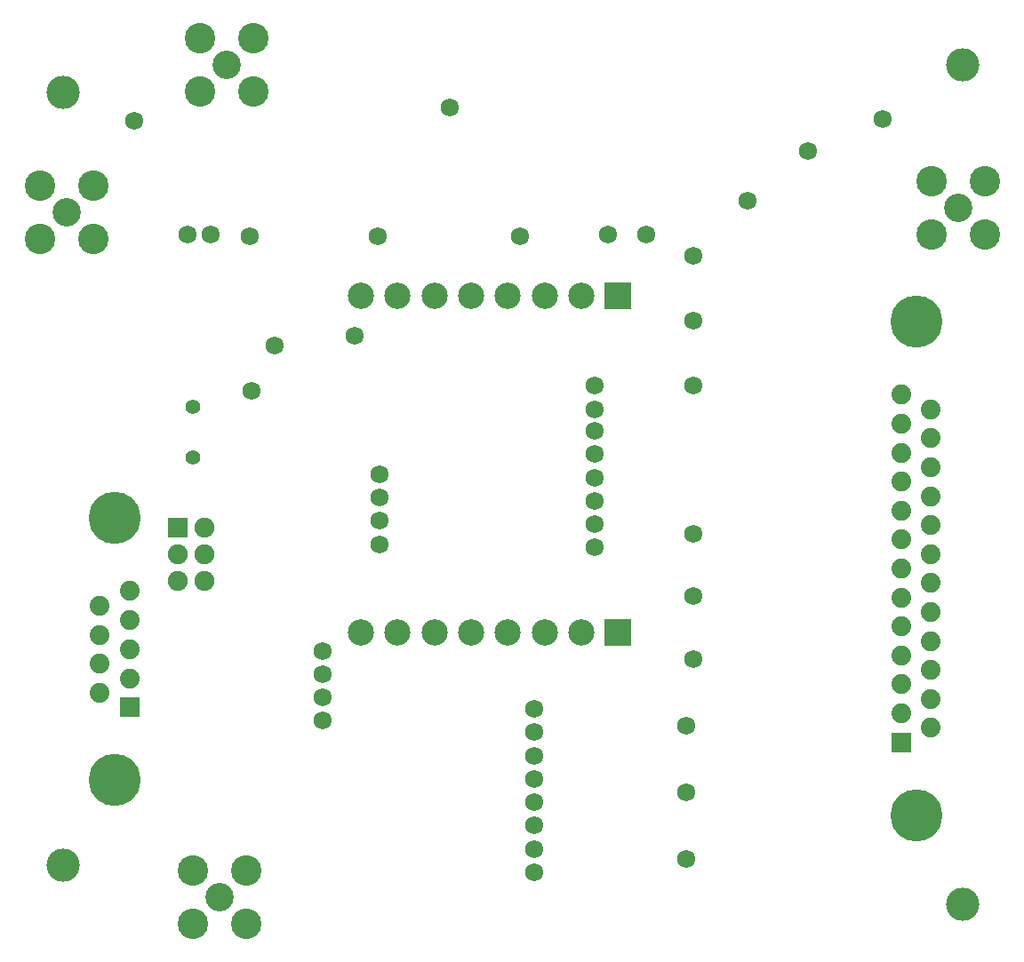
<source format=gbr>
G04 DipTrace 3.3.1.3*
G04 BottomMask.gbr*
%MOIN*%
G04 #@! TF.FileFunction,Soldermask,Bot*
G04 #@! TF.Part,Single*
%ADD35C,0.125*%
%ADD47C,0.05588*%
%ADD55C,0.06788*%
%ADD57C,0.098431*%
%ADD59R,0.098431X0.098431*%
%ADD61C,0.074809*%
%ADD63R,0.074809X0.074809*%
%ADD65C,0.195282*%
%ADD67C,0.074415*%
%ADD69R,0.074415X0.074415*%
%ADD71C,0.106305*%
%ADD73C,0.114179*%
%FSLAX26Y26*%
G04*
G70*
G90*
G75*
G01*
G04 BotMask*
%LPD*%
D35*
X595212Y3638758D3*
Y738759D3*
X3970212Y595008D3*
Y3745008D3*
D73*
X3851462Y3307508D3*
Y3107508D3*
X4051462D3*
Y3307508D3*
D71*
X3951462Y3207508D3*
D73*
X1282713Y720008D3*
X1082713D3*
Y520008D3*
X1282713D3*
D71*
X1182713Y620008D3*
D69*
X845212Y1332508D3*
D67*
Y1441564D3*
Y1550619D3*
Y1659674D3*
Y1768729D3*
X733401Y1387036D3*
Y1496091D3*
Y1605146D3*
Y1714201D3*
D65*
X789307Y1058690D3*
Y2042548D3*
D63*
X1026461Y2007508D3*
D61*
X1126461D3*
X1026461Y1907508D3*
X1126461D3*
X1026461Y1807508D3*
X1126461D3*
D69*
X3738967Y1201259D3*
D67*
Y1309960D3*
Y1418661D3*
Y1527361D3*
Y1636062D3*
Y1744763D3*
Y1853464D3*
Y1962165D3*
Y2070865D3*
Y2179566D3*
Y2288267D3*
Y2396968D3*
Y2505669D3*
X3850778Y1255616D3*
Y1364317D3*
Y1473018D3*
Y1581718D3*
Y1690419D3*
Y1799120D3*
Y1907821D3*
Y2016522D3*
Y2125222D3*
Y2233923D3*
Y2342624D3*
Y2451325D3*
D65*
X3794873Y2779684D3*
Y927243D3*
D73*
X1107712Y3645008D3*
X1307712D3*
Y3845008D3*
X1107712D3*
D71*
X1207712Y3745008D3*
D73*
X707713Y3088758D3*
Y3288758D3*
X507713D3*
Y3088758D3*
D71*
X607713Y3188758D3*
D59*
X2676461Y2876258D3*
D57*
X2538666D3*
X2400871D3*
X2263075D3*
X2125280D3*
X1987485D3*
X1849690D3*
X1711894D3*
D59*
X2676461Y1613758D3*
D57*
X2538666D3*
X2400871D3*
X2263075D3*
X2125280D3*
X1987485D3*
X1849690D3*
X1711894D3*
D55*
X2638962Y3107508D3*
X3388913Y3420008D3*
X3163913Y3232508D3*
X2588962Y1932508D3*
X2045163Y3582508D3*
X863962Y3532508D3*
X3670212Y3538759D3*
X1149680Y3107508D3*
X1295163Y3101258D3*
X2307712D3*
X2782713Y3107508D3*
X1776462Y3101258D3*
X1062180Y3107508D3*
X2588962Y2020008D3*
Y2107508D3*
Y2195008D3*
Y2282508D3*
Y2370008D3*
Y2451258D3*
Y2538758D3*
X2363961Y713758D3*
X1782713Y1945010D3*
X2363961Y801258D3*
Y888758D3*
Y976258D3*
Y1063758D3*
Y1151258D3*
Y1238758D3*
Y1326258D3*
X1301461Y2520008D3*
X1782713Y2032510D3*
Y2120008D3*
Y2207508D3*
X1570210Y1545008D3*
Y1457508D3*
Y1370008D3*
Y1282508D3*
X1388962Y2688758D3*
X1688962Y2726259D3*
X2957713Y3026258D3*
Y2782508D3*
Y2538758D3*
X2957712Y1982508D3*
X2957713Y1751258D3*
Y1513758D3*
X2932713Y1263759D3*
Y1013759D3*
X2932712Y763759D3*
D47*
X1082712Y2270008D3*
Y2460008D3*
M02*

</source>
